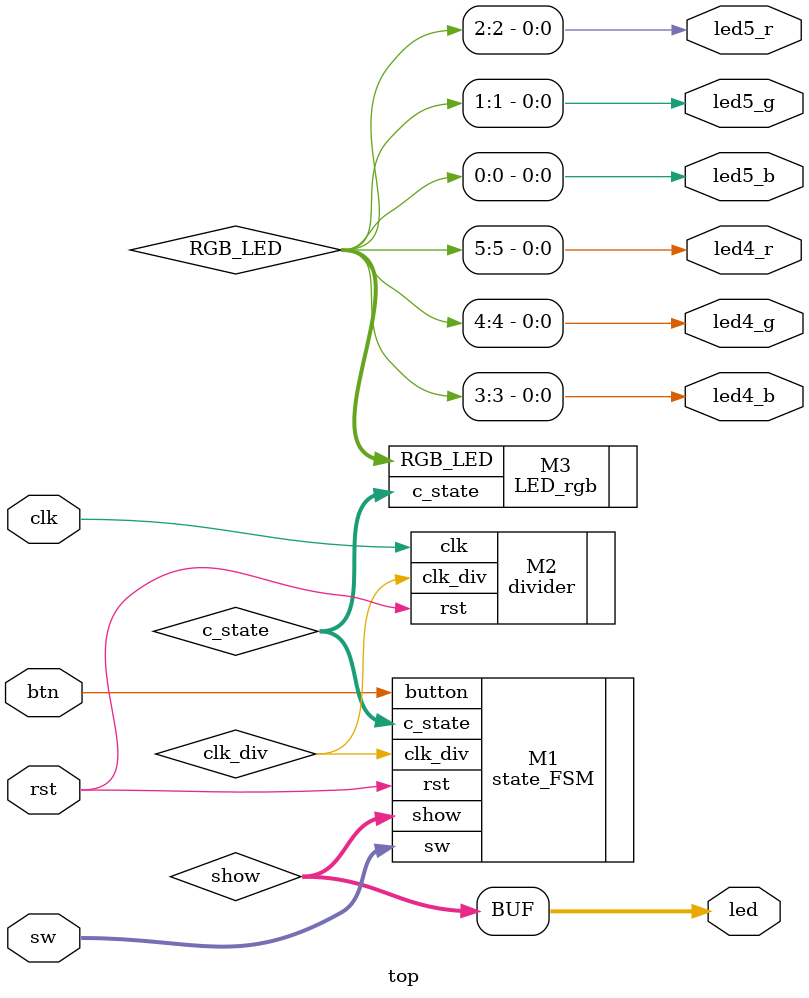
<source format=v>



module top(
    input clk ,
    input rst ,
    input [1:0] sw,
    input btn,
    output led4_b,
    output led4_g,
    output led4_r,
    output led5_b,
    output led5_g,
    output led5_r,
    output [3:0] led
    );
    
    wire clk_div;
    wire [2:0] c_state;
    wire [4:0] count;
    wire [5:0] RGB_LED; //4 RGB 5 RGB
    wire [3:0] show;
    
    assign led4_r = RGB_LED[5];
    assign led4_g = RGB_LED[4];
    assign led4_b = RGB_LED[3];
    assign led5_r = RGB_LED[2];
    assign led5_g = RGB_LED[1];
    assign led5_b = RGB_LED[0];
    assign led = show;
        
    state_FSM M1 (
        .clk_div(clk_div),
        .rst(rst),
        .sw(sw),
        .button(btn),
        .c_state(c_state),
        .show(show)
    );
    
    divider M2 (
        .clk(clk),
        .clk_div(clk_div),
        .rst(rst)
    );
    
    LED_rgb M3 (
        .c_state(c_state),
        .RGB_LED(RGB_LED)
    );
endmodule

</source>
